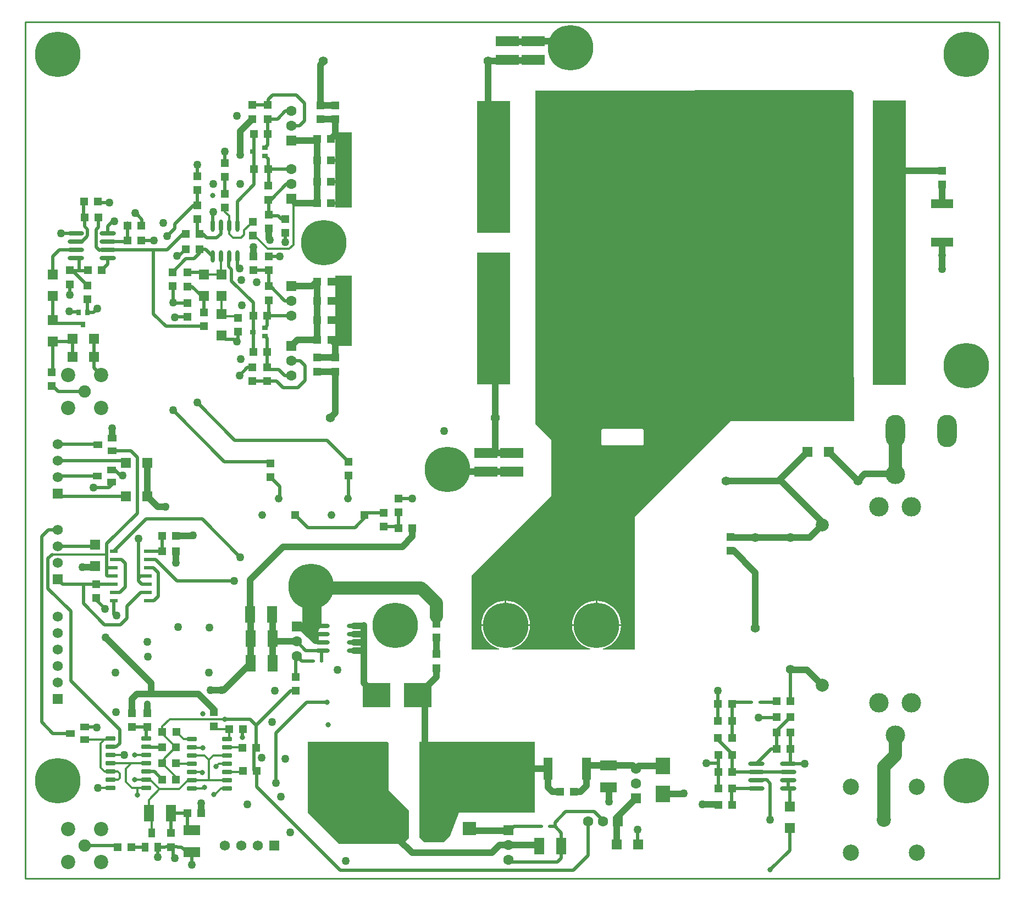
<source format=gtl>
G04 Layer_Physical_Order=1*
G04 Layer_Color=255*
%FSLAX44Y44*%
%MOMM*%
G71*
G01*
G75*
%ADD10R,5.0800X43.8150*%
%ADD11R,5.0800X20.3200*%
%ADD12R,1.2700X1.2700*%
%ADD13R,1.2700X1.2700*%
%ADD14R,1.5240X1.5240*%
%ADD15R,1.4000X1.0000*%
%ADD16R,1.5240X1.5240*%
%ADD17R,1.6256X2.5400*%
%ADD18R,1.0000X1.4000*%
%ADD19R,2.5400X1.6256*%
G04:AMPARAMS|DCode=20|XSize=0.6mm|YSize=1.45mm|CornerRadius=0.051mm|HoleSize=0mm|Usage=FLASHONLY|Rotation=90.000|XOffset=0mm|YOffset=0mm|HoleType=Round|Shape=RoundedRectangle|*
%AMROUNDEDRECTD20*
21,1,0.6000,1.3480,0,0,90.0*
21,1,0.4980,1.4500,0,0,90.0*
1,1,0.1020,0.6740,0.2490*
1,1,0.1020,0.6740,-0.2490*
1,1,0.1020,-0.6740,-0.2490*
1,1,0.1020,-0.6740,0.2490*
%
%ADD20ROUNDEDRECTD20*%
%ADD21R,0.4800X0.4000*%
%ADD22O,2.5000X0.7000*%
%ADD23R,3.5500X1.5500*%
%ADD24R,4.2400X3.8100*%
%ADD25O,2.2000X0.6000*%
%ADD26R,1.3500X3.4000*%
%ADD27R,0.7000X0.9000*%
%ADD28O,0.6000X1.9000*%
%ADD29R,0.9000X0.7000*%
%ADD30R,3.4000X1.3500*%
G04:AMPARAMS|DCode=31|XSize=0.55mm|YSize=1.25mm|CornerRadius=0.0495mm|HoleSize=0mm|Usage=FLASHONLY|Rotation=90.000|XOffset=0mm|YOffset=0mm|HoleType=Round|Shape=RoundedRectangle|*
%AMROUNDEDRECTD31*
21,1,0.5500,1.1510,0,0,90.0*
21,1,0.4510,1.2500,0,0,90.0*
1,1,0.0990,0.5755,0.2255*
1,1,0.0990,0.5755,-0.2255*
1,1,0.0990,-0.5755,-0.2255*
1,1,0.0990,-0.5755,0.2255*
%
%ADD31ROUNDEDRECTD31*%
%ADD32R,2.2860X2.5400*%
%ADD33C,0.5000*%
%ADD34C,1.0000*%
%ADD35C,3.0000*%
%ADD36C,0.3000*%
%ADD37C,2.0000*%
%ADD38C,0.2540*%
%ADD39R,2.1000X2.1000*%
%ADD40C,2.1000*%
%ADD41C,1.6000*%
%ADD42R,1.6000X1.6000*%
%ADD43R,1.5748X1.5748*%
%ADD44C,1.5748*%
%ADD45R,1.5748X1.5748*%
%ADD46C,1.3970*%
%ADD47C,2.4994*%
%ADD48C,2.2000*%
%ADD49C,3.0000*%
%ADD50C,2.0000*%
%ADD51O,3.0000X5.0000*%
%ADD52C,6.9994*%
%ADD53C,1.9050*%
%ADD54O,3.9996X2.4000*%
%ADD55C,1.2446*%
%ADD56R,1.2446X1.2446*%
%ADD57R,1.6000X1.6000*%
%ADD58C,1.2700*%
%ADD59C,0.8000*%
G36*
X785000Y1000D02*
X668224Y1000D01*
X655000Y-35000D01*
X645000Y-45000D01*
X615000Y-45000D01*
X607500Y-37500D01*
Y15000D01*
D01*
X607500Y110000D01*
X784000Y110000D01*
X785000D01*
Y1000D01*
D02*
G37*
G36*
X1276000Y1111526D02*
Y673250D01*
X1276750Y672500D01*
Y604500D01*
X1086500D01*
X938750Y456750D01*
Y252500D01*
X890037D01*
X889887Y253770D01*
X891635Y254190D01*
X897094Y256451D01*
X902132Y259538D01*
X906625Y263375D01*
X910462Y267868D01*
X913549Y272906D01*
X915810Y278365D01*
X917189Y284110D01*
X917553Y288730D01*
X842447D01*
X842811Y284110D01*
X844190Y278365D01*
X846451Y272906D01*
X849538Y267868D01*
X853375Y263375D01*
X857868Y259538D01*
X862906Y256451D01*
X868365Y254190D01*
X870113Y253770D01*
X869963Y252500D01*
X750037D01*
X749887Y253770D01*
X751635Y254190D01*
X757094Y256451D01*
X762132Y259538D01*
X766625Y263375D01*
X770462Y267868D01*
X773549Y272906D01*
X775810Y278365D01*
X777189Y284110D01*
X777553Y288730D01*
X702447D01*
X702811Y284110D01*
X704190Y278365D01*
X706451Y272906D01*
X709538Y267868D01*
X713375Y263375D01*
X717868Y259538D01*
X722906Y256451D01*
X728365Y254190D01*
X730113Y253770D01*
X729963Y252500D01*
X688209D01*
X687250Y253459D01*
X687250Y366000D01*
X810500Y489250D01*
Y575500D01*
X786000Y600000D01*
X786000Y626250D01*
X785750D01*
X785750Y1114096D01*
X1272461Y1115058D01*
X1276000Y1111526D01*
D02*
G37*
G36*
X560000Y108000D02*
Y35000D01*
X591000Y4000D01*
Y-38000D01*
X582000Y-47000D01*
X483000D01*
X435000Y1000D01*
Y110000D01*
X558000D01*
X560000Y108000D01*
D02*
G37*
G36*
X502920Y933595D02*
X477520D01*
Y1050145D01*
X502920D01*
Y933595D01*
D02*
G37*
G36*
Y720725D02*
X477520D01*
Y828675D01*
X502920D01*
Y720725D01*
D02*
G37*
%LPC*%
G36*
X738730Y327553D02*
X734110Y327189D01*
X728365Y325810D01*
X722906Y323549D01*
X717868Y320462D01*
X713375Y316625D01*
X709538Y312132D01*
X706451Y307094D01*
X704190Y301635D01*
X702811Y295890D01*
X702447Y291270D01*
X738730D01*
Y327553D01*
D02*
G37*
G36*
X881270D02*
Y291270D01*
X917553D01*
X917189Y295890D01*
X915810Y301635D01*
X913549Y307094D01*
X910462Y312132D01*
X906625Y316625D01*
X902132Y320462D01*
X897094Y323549D01*
X891635Y325810D01*
X885890Y327189D01*
X881270Y327553D01*
D02*
G37*
G36*
X950000Y592590D02*
X890000D01*
X889009Y592393D01*
X888169Y591831D01*
X887607Y590991D01*
X887410Y590000D01*
Y570000D01*
X887607Y569009D01*
X888169Y568169D01*
X889009Y567607D01*
X890000Y567410D01*
X950000D01*
X950991Y567607D01*
X951831Y568169D01*
X952393Y569009D01*
X952590Y570000D01*
Y590000D01*
X952393Y590991D01*
X951831Y591831D01*
X950991Y592393D01*
X950000Y592590D01*
D02*
G37*
G36*
X741270Y327553D02*
Y291270D01*
X777553D01*
X777189Y295890D01*
X775810Y301635D01*
X773549Y307094D01*
X770462Y312132D01*
X766625Y316625D01*
X762132Y320462D01*
X757094Y323549D01*
X751635Y325810D01*
X745890Y327189D01*
X741270Y327553D01*
D02*
G37*
G36*
X878730D02*
X874110Y327189D01*
X868365Y325810D01*
X862906Y323549D01*
X857868Y320462D01*
X853375Y316625D01*
X849538Y312132D01*
X846451Y307094D01*
X844190Y301635D01*
X842811Y295890D01*
X842447Y291270D01*
X878730D01*
Y327553D01*
D02*
G37*
%LPD*%
D10*
X1330960Y880110D02*
D03*
D11*
X721360Y996950D02*
D03*
Y763270D02*
D03*
D12*
X290500Y155500D02*
D03*
Y134164D02*
D03*
X450000Y702500D02*
D03*
Y681164D02*
D03*
X349384Y687500D02*
D03*
Y666164D02*
D03*
X164750Y154500D02*
D03*
Y133164D02*
D03*
X188000Y154500D02*
D03*
Y133164D02*
D03*
X1086500Y404500D02*
D03*
Y425836D02*
D03*
X224750Y-52000D02*
D03*
Y-30664D02*
D03*
X109000Y332000D02*
D03*
Y353336D02*
D03*
X1412000Y991000D02*
D03*
Y969664D02*
D03*
X250000Y812336D02*
D03*
Y833672D02*
D03*
X327522Y764000D02*
D03*
Y742664D02*
D03*
X454384Y1070000D02*
D03*
Y1091336D02*
D03*
X417000Y210294D02*
D03*
Y188958D02*
D03*
X633000Y245336D02*
D03*
Y224000D02*
D03*
Y292000D02*
D03*
Y270664D02*
D03*
X41000Y680000D02*
D03*
Y658664D02*
D03*
X69000Y815750D02*
D03*
Y837086D02*
D03*
X96000Y813750D02*
D03*
Y792414D02*
D03*
X552000Y463336D02*
D03*
Y442000D02*
D03*
X575117Y485000D02*
D03*
Y463664D02*
D03*
X498000Y541836D02*
D03*
Y520500D02*
D03*
X378000Y539336D02*
D03*
Y518000D02*
D03*
X477500Y702500D02*
D03*
Y681164D02*
D03*
X351000Y912000D02*
D03*
Y890664D02*
D03*
X307500Y955000D02*
D03*
Y933664D02*
D03*
X401000Y895000D02*
D03*
Y916336D02*
D03*
X477500Y1070000D02*
D03*
Y1091336D02*
D03*
X373380Y1070610D02*
D03*
Y1091946D02*
D03*
X350000D02*
D03*
Y1070610D02*
D03*
X372500Y666164D02*
D03*
Y687500D02*
D03*
X351750Y859000D02*
D03*
Y837664D02*
D03*
X375000Y791164D02*
D03*
Y812500D02*
D03*
X275000Y751015D02*
D03*
Y772352D02*
D03*
X250000Y765294D02*
D03*
Y786629D02*
D03*
X226884Y834336D02*
D03*
Y813000D02*
D03*
X265000Y916360D02*
D03*
Y937696D02*
D03*
Y982403D02*
D03*
Y961067D02*
D03*
X307500Y1002500D02*
D03*
Y981164D02*
D03*
X375000Y922750D02*
D03*
Y901414D02*
D03*
X374000Y946164D02*
D03*
Y967500D02*
D03*
X375000Y837500D02*
D03*
Y858836D02*
D03*
D13*
X335250Y130000D02*
D03*
X313914D02*
D03*
X232500Y428000D02*
D03*
X211164D02*
D03*
X232500Y404000D02*
D03*
X211164D02*
D03*
X271250Y-250D02*
D03*
X249914D02*
D03*
X334207Y101000D02*
D03*
X355542D02*
D03*
X335000Y65000D02*
D03*
X356336D02*
D03*
X211000Y102000D02*
D03*
X232336D02*
D03*
X211000Y52000D02*
D03*
X232336D02*
D03*
X232664Y125117D02*
D03*
X211328D02*
D03*
X232336Y77000D02*
D03*
X211000D02*
D03*
X1157164Y148500D02*
D03*
X1178500D02*
D03*
Y124500D02*
D03*
X1157164D02*
D03*
X1178500Y99500D02*
D03*
X1157164D02*
D03*
X1067500Y12500D02*
D03*
X1088836D02*
D03*
X1067500Y38500D02*
D03*
X1088836D02*
D03*
X1067500Y63500D02*
D03*
X1088836D02*
D03*
X1067500Y89500D02*
D03*
X1088836D02*
D03*
X1088500Y116000D02*
D03*
X1067164D02*
D03*
X1088500Y142250D02*
D03*
X1067164D02*
D03*
Y168500D02*
D03*
X1088500D02*
D03*
X142500Y-52000D02*
D03*
X163836D02*
D03*
X575243Y439757D02*
D03*
X596580D02*
D03*
X845000Y33000D02*
D03*
X823664D02*
D03*
X450000Y730000D02*
D03*
X471336D02*
D03*
X450000Y760000D02*
D03*
X471336D02*
D03*
X450000Y790000D02*
D03*
X471336D02*
D03*
X450000Y820000D02*
D03*
X471336D02*
D03*
X374000Y993140D02*
D03*
X352664D02*
D03*
X373836Y1047366D02*
D03*
X352500D02*
D03*
X449580Y941070D02*
D03*
X470916D02*
D03*
X449580Y974090D02*
D03*
X470916D02*
D03*
X449580Y1007110D02*
D03*
X470916D02*
D03*
X449580Y1040130D02*
D03*
X470916D02*
D03*
X372500Y711200D02*
D03*
X351164D02*
D03*
X372500Y767500D02*
D03*
X351164D02*
D03*
X268293Y870000D02*
D03*
X246957D02*
D03*
X268293Y893117D02*
D03*
X246957D02*
D03*
X157706Y906117D02*
D03*
X179042D02*
D03*
Y883000D02*
D03*
X157706D02*
D03*
X91164Y918380D02*
D03*
X112500D02*
D03*
X112000Y943000D02*
D03*
X90664D02*
D03*
X117750Y837250D02*
D03*
X96414D02*
D03*
X1178500Y172500D02*
D03*
X1157164D02*
D03*
D14*
X106000Y704000D02*
D03*
X72980D02*
D03*
X106000Y732000D02*
D03*
X72980D02*
D03*
X187750Y540500D02*
D03*
X154730D02*
D03*
X188000Y488500D02*
D03*
X154980D02*
D03*
X1204750Y557250D02*
D03*
X1237770D02*
D03*
X944000Y-48000D02*
D03*
X910980D02*
D03*
D15*
X91750Y113750D02*
D03*
X69750Y123250D02*
D03*
X91750Y132750D02*
D03*
X133500Y559000D02*
D03*
X111500Y568500D02*
D03*
X133500Y578000D02*
D03*
X132750Y510250D02*
D03*
X110750Y519750D02*
D03*
X132750Y529250D02*
D03*
D16*
X1177500Y-23020D02*
D03*
Y10000D02*
D03*
X42500Y830520D02*
D03*
Y797500D02*
D03*
Y760000D02*
D03*
Y726980D02*
D03*
X302500Y797500D02*
D03*
Y830520D02*
D03*
X275574D02*
D03*
Y797500D02*
D03*
X302500Y736980D02*
D03*
Y770000D02*
D03*
X108000Y381000D02*
D03*
Y414020D02*
D03*
D17*
X190250Y-250D02*
D03*
X224540D02*
D03*
X347000Y269000D02*
D03*
X381290D02*
D03*
X347000Y231000D02*
D03*
X381290D02*
D03*
X380290Y307000D02*
D03*
X346000D02*
D03*
X826000Y-51000D02*
D03*
X791710D02*
D03*
D18*
X185000Y-52000D02*
D03*
X194500Y-30000D02*
D03*
X204000Y-52000D02*
D03*
D19*
X257000Y-26000D02*
D03*
Y-60290D02*
D03*
X898000Y39710D02*
D03*
Y74000D02*
D03*
D20*
X256750Y114100D02*
D03*
Y101400D02*
D03*
Y88700D02*
D03*
Y76000D02*
D03*
Y63300D02*
D03*
Y50600D02*
D03*
Y37900D02*
D03*
X311250Y114100D02*
D03*
Y101400D02*
D03*
Y88700D02*
D03*
Y76000D02*
D03*
Y63300D02*
D03*
Y50600D02*
D03*
Y37900D02*
D03*
X131544Y115100D02*
D03*
Y102400D02*
D03*
Y89700D02*
D03*
Y77000D02*
D03*
Y64300D02*
D03*
Y51600D02*
D03*
Y38900D02*
D03*
X186043Y115100D02*
D03*
Y102400D02*
D03*
Y89700D02*
D03*
Y77000D02*
D03*
Y64300D02*
D03*
Y51600D02*
D03*
Y38900D02*
D03*
D21*
X443400Y234207D02*
D03*
X456600D02*
D03*
X1132100Y171500D02*
D03*
X1118900D02*
D03*
X794800Y-20000D02*
D03*
X808000D02*
D03*
D22*
X1175000Y38450D02*
D03*
Y51150D02*
D03*
Y63850D02*
D03*
Y76550D02*
D03*
X1126000Y38450D02*
D03*
Y51150D02*
D03*
Y63850D02*
D03*
Y76550D02*
D03*
X78000Y894050D02*
D03*
Y881350D02*
D03*
Y868650D02*
D03*
Y855950D02*
D03*
X127000Y894050D02*
D03*
Y881350D02*
D03*
Y868650D02*
D03*
Y855950D02*
D03*
D23*
X749830Y526500D02*
D03*
Y555500D02*
D03*
X709750Y526500D02*
D03*
Y555500D02*
D03*
X782700Y1190500D02*
D03*
Y1161500D02*
D03*
X742620Y1190500D02*
D03*
Y1161500D02*
D03*
D24*
X604850Y182000D02*
D03*
X541150D02*
D03*
D25*
X506000Y250950D02*
D03*
Y263650D02*
D03*
Y276350D02*
D03*
Y289050D02*
D03*
X458000Y250950D02*
D03*
Y263650D02*
D03*
Y276350D02*
D03*
Y289050D02*
D03*
D26*
X805250Y69000D02*
D03*
X864750D02*
D03*
D27*
X95500Y772250D02*
D03*
X82500D02*
D03*
X89000Y753250D02*
D03*
D28*
X288450Y859000D02*
D03*
X301150D02*
D03*
X313850D02*
D03*
X326550D02*
D03*
X288450Y906000D02*
D03*
X301150D02*
D03*
X313850D02*
D03*
X326550D02*
D03*
D29*
X369500Y735529D02*
D03*
Y748530D02*
D03*
X350500Y742030D02*
D03*
X369500Y1013500D02*
D03*
Y1026500D02*
D03*
X350500Y1020000D02*
D03*
D30*
X1412500Y939750D02*
D03*
Y880250D02*
D03*
D31*
X189250Y327900D02*
D03*
Y340600D02*
D03*
Y353300D02*
D03*
Y366000D02*
D03*
Y378700D02*
D03*
Y391400D02*
D03*
Y404100D02*
D03*
X136750Y327900D02*
D03*
Y340600D02*
D03*
Y353300D02*
D03*
Y366000D02*
D03*
Y378700D02*
D03*
Y391400D02*
D03*
Y404100D02*
D03*
D32*
X982550Y29820D02*
D03*
Y73000D02*
D03*
D33*
X230206Y908956D02*
X258946Y937696D01*
X230206Y901598D02*
Y908956D01*
X258946Y937696D02*
X265000Y937696D01*
X218608Y890000D02*
X230206Y901598D01*
X230206D01*
X867250Y-64750D02*
Y-12600D01*
X876250Y2750D02*
X889250Y-10250D01*
X832750Y2750D02*
X876250D01*
X816000Y-14000D02*
X832750Y2750D01*
X432050Y250950D02*
X458000D01*
X844000Y-88000D02*
X867250Y-64750D01*
X889250Y-13850D02*
Y-10250D01*
X375000Y812500D02*
Y837500D01*
X377500Y812500D02*
X400000Y790000D01*
X375000Y812500D02*
X377500D01*
X334750Y117000D02*
Y127000D01*
X336500Y128750D01*
X356336Y41164D02*
X485500Y-88000D01*
X356336Y41164D02*
Y65000D01*
X485500Y-88000D02*
X844000D01*
X257000Y-79250D02*
Y-60290D01*
X227500Y-66750D02*
Y-51750D01*
X204000Y-52000D02*
X227500Y-51750D01*
X249914Y-18914D02*
Y-250D01*
X224540D02*
X249914D01*
X224750Y-30664D02*
Y-460D01*
X163836Y-52000D02*
X185000D01*
X91270Y-50000D02*
X140500D01*
X178321Y906229D02*
X178599Y908014D01*
X178200Y905450D02*
X178321Y906229D01*
X179795Y909210D02*
Y915704D01*
X178599Y908014D02*
Y908014D01*
X173492Y922008D02*
X179795Y915704D01*
X169893Y922008D02*
X173492D01*
X1088836Y89500D02*
Y91914D01*
X1067164Y113586D02*
X1088836Y91914D01*
X1067164Y113586D02*
Y116000D01*
X136750Y306750D02*
Y327900D01*
X68750Y799500D02*
Y810208D01*
X69000Y810458D01*
X70750Y837000D02*
X96000D01*
X91750Y132750D02*
X104750D01*
X25500Y140500D02*
X42750Y123250D01*
X69750D01*
X386500Y123500D02*
X434000Y171000D01*
X465000D01*
X107750Y330500D02*
X122750Y315500D01*
X272750Y453500D02*
X331500Y394750D01*
X186150Y453500D02*
X272750D01*
X331500Y394250D02*
Y394750D01*
X136750Y404100D02*
X186150Y453500D01*
X174500Y425000D02*
X174750Y425250D01*
X189250Y378700D02*
X197050D01*
X89500Y353336D02*
X109000D01*
X57864D02*
X89500D01*
Y323250D02*
Y353336D01*
X157000Y319500D02*
X178100Y340600D01*
X189250D01*
X136714Y353336D02*
X136750Y353300D01*
X109000Y353336D02*
X136714D01*
X136750Y391400D02*
X148350D01*
X154500Y385250D01*
Y349250D02*
Y385250D01*
X145850Y340600D02*
X154500Y349250D01*
X136750Y340600D02*
X145850D01*
X189250Y327900D02*
X197900D01*
X204750Y334750D01*
X172500Y462750D02*
Y548750D01*
X126000Y366000D02*
X136750D01*
X125250Y366750D02*
X126000Y366000D01*
X125250Y366750D02*
Y378700D01*
X136750D01*
X174750Y362500D02*
Y425250D01*
X132750Y529250D02*
X136413D01*
X162250Y559000D02*
X172500Y548750D01*
X133500Y559000D02*
X162250D01*
X50000Y543400D02*
X150750D01*
X178250Y366000D02*
X189250D01*
X174750Y362500D02*
X178250Y366000D01*
X174750Y358250D02*
Y362500D01*
Y358250D02*
X179700Y353300D01*
X189250D01*
X211164Y404000D02*
Y428000D01*
X51750Y519750D02*
X110750D01*
X163000Y133164D02*
X186250D01*
Y115100D02*
Y133164D01*
X1067500Y76750D02*
Y89500D01*
Y63500D02*
Y76750D01*
X1049000Y77000D02*
X1049250Y76750D01*
X1067500D01*
Y38500D02*
Y63500D01*
X1067164Y168500D02*
Y185586D01*
Y142250D02*
Y168500D01*
Y185586D02*
X1067250Y185500D01*
X1175000Y76550D02*
X1200450D01*
X1178500Y99500D02*
Y124500D01*
Y80050D02*
Y99500D01*
X1147500Y-10000D02*
Y46000D01*
X1142000Y51500D02*
X1147500Y46000D01*
X1128650Y51500D02*
X1142000D01*
X1178500Y172500D02*
Y204000D01*
X1177500Y10000D02*
Y35950D01*
X1088836Y63500D02*
Y89500D01*
Y63500D02*
X1174650D01*
X1147500Y-87500D02*
X1177500Y-57500D01*
Y-23020D01*
X744000Y-71900D02*
X747100Y-75000D01*
X820000D01*
X826000Y-69000D01*
Y-51000D01*
X307500Y145000D02*
X346085D01*
X355542Y135542D01*
X408957Y188958D02*
X417000D01*
X355542Y135542D02*
X408957Y188958D01*
X355542Y101000D02*
Y135542D01*
X352500Y97957D02*
X355542Y101000D01*
X231668Y101332D02*
X232000Y101000D01*
X231668Y101332D02*
X231668D01*
X231000Y102000D02*
X231668Y101332D01*
X186444Y102000D02*
X211000D01*
X186043Y102400D02*
X186444Y102000D01*
X211000Y77000D02*
Y80664D01*
X186043Y64300D02*
X198700D01*
X211000Y52000D01*
X50000Y361200D02*
X57864Y353336D01*
X417000Y241100D02*
X418000Y242100D01*
X417000Y210294D02*
Y241100D01*
X418000Y265000D02*
X432050Y250950D01*
X425892Y234207D02*
X443400D01*
X418000Y242100D02*
X425892Y234207D01*
X456600Y249550D02*
X458000Y250950D01*
X456600Y234207D02*
Y249550D01*
X816000Y-20000D02*
Y-14000D01*
X943000Y-26000D02*
Y-25000D01*
Y-48000D02*
Y-26000D01*
X942000Y-25000D02*
X943000Y-26000D01*
X942000Y-25000D02*
Y-24000D01*
X943000Y-25000D01*
X741900Y-27000D02*
X746100D01*
X753100Y-20000D01*
X826000Y-51000D02*
Y-30000D01*
X816000Y-20000D02*
X826000Y-30000D01*
X808000Y-20000D02*
X816000D01*
X753100D02*
X794800D01*
X42500Y858500D02*
X45912Y861913D01*
X42500Y830520D02*
Y858500D01*
X52650Y868650D02*
X78000D01*
X49237Y865238D02*
X52650Y868650D01*
X45912Y861913D02*
X49237Y865238D01*
X268293Y863294D02*
Y870000D01*
X260000Y855000D02*
X268293Y863294D01*
X250000Y833672D02*
X272421D01*
X275574Y830520D01*
X226884Y813000D02*
X227500Y812383D01*
Y787500D02*
Y812383D01*
X326000Y727000D02*
X327522Y728521D01*
Y742664D01*
X308460Y731020D02*
X321980D01*
X302500Y736980D02*
X308460Y731020D01*
X321980D02*
X326000Y727000D01*
X179042Y883000D02*
X198000D01*
X157706Y910000D02*
X158000Y909706D01*
Y886883D02*
Y909706D01*
X127000Y881350D02*
X152466D01*
X158000Y886883D01*
X265000Y633000D02*
X323000Y575000D01*
X464836D01*
X498000Y541836D01*
X375336Y542000D02*
X378000Y539336D01*
X575117Y485000D02*
X596000D01*
X575117Y463664D02*
X575243Y463537D01*
Y439757D02*
Y463537D01*
X573000Y442000D02*
X575243Y439757D01*
X552000Y442000D02*
X573000D01*
X522720Y459680D02*
X526376Y463336D01*
X552000D01*
X508000Y440500D02*
X522720Y455220D01*
X127500Y905000D02*
X135000Y912500D01*
X127500Y894550D02*
Y905000D01*
X127000Y894050D02*
X127500Y894550D01*
X51056Y650108D02*
X91271D01*
X42500Y658664D02*
X51056Y650108D01*
X105520Y686658D02*
X116671Y675508D01*
X105520Y686658D02*
Y727710D01*
X72500Y700783D02*
Y727710D01*
X71770Y726980D02*
X72500Y727710D01*
X42500Y726980D02*
X71770D01*
X42500Y680000D02*
Y726980D01*
X90000Y919544D02*
X91164Y918380D01*
X90000Y919544D02*
Y942500D01*
X197500Y770000D02*
Y867500D01*
Y770000D02*
X216485Y751015D01*
X230000Y765000D02*
X232500D01*
X232794Y765294D01*
X250000D01*
X265000Y937696D02*
Y961067D01*
Y896410D02*
X268293Y893117D01*
X265000Y896410D02*
Y916360D01*
X349504Y993140D02*
X352500Y996136D01*
X307500Y955000D02*
Y981164D01*
X216485Y751015D02*
X275000D01*
Y772352D02*
X275574Y772925D01*
Y797500D01*
X307500Y1002500D02*
Y1020000D01*
X327500Y840000D02*
X330000D01*
X326550Y840950D02*
X327500Y840000D01*
X326550Y840950D02*
Y859000D01*
X288450Y925950D02*
X290000Y927500D01*
X288450Y906000D02*
Y925950D01*
X369500Y1026500D02*
X373380Y1030380D01*
X409760Y993140D02*
X410000Y992900D01*
X352500Y1022000D02*
Y1047366D01*
X350500Y1020000D02*
X352500Y1022000D01*
Y996136D02*
Y1018000D01*
X350500Y1020000D02*
X352500Y1018000D01*
X372500Y967500D02*
X375000Y970000D01*
Y993140D01*
X409760D01*
X374000D02*
Y1009000D01*
X369500Y1013500D02*
X374000Y1009000D01*
X470916Y1007110D02*
X482890D01*
X485000Y1005000D01*
Y977500D02*
Y1005000D01*
X481590Y974090D02*
X485000Y977500D01*
X470916Y941070D02*
X481070D01*
X482500Y942500D01*
Y973180D01*
X481590Y974090D02*
X482500Y973180D01*
X470916Y974090D02*
X481590D01*
X372500Y711200D02*
Y732530D01*
X369500Y735529D02*
X372500Y732530D01*
X369500Y748530D02*
X372500Y751529D01*
Y767100D01*
X410000D01*
X372500Y687500D02*
Y711200D01*
X349384Y666164D02*
X372500D01*
X375000Y921336D02*
Y943664D01*
X372500Y946164D02*
X374000D01*
X372500D02*
X375000Y943664D01*
Y769600D02*
Y791164D01*
X372500Y767100D02*
X375000Y769600D01*
X351164Y711200D02*
Y767500D01*
X373380Y1030380D02*
Y1070610D01*
X410000Y1060000D02*
X422500D01*
X430000Y1067500D01*
Y1095000D01*
X417500Y1107500D02*
X430000Y1095000D01*
X265000Y982403D02*
Y1000000D01*
X127000Y868650D02*
X218650D01*
X243117Y893117D02*
X246957D01*
X228370Y786629D02*
X250000D01*
X227500Y787500D02*
X228370Y786629D01*
X390500Y485180D02*
X391870Y483810D01*
X417270Y458410D02*
X435180Y440500D01*
X498000Y486900D02*
Y520500D01*
Y486900D02*
X499820Y485080D01*
X391870Y483810D02*
Y504130D01*
X378000Y518000D02*
X391870Y504130D01*
X435180Y440500D02*
X508000D01*
X522720Y455220D02*
Y459680D01*
X42500Y760000D02*
Y797500D01*
X73000Y772750D02*
X82000D01*
X399400Y674600D02*
X410000D01*
X390000Y684000D02*
X399400Y674600D01*
X376000Y684000D02*
X390000D01*
X372500Y687500D02*
X376000Y684000D01*
X372500Y666164D02*
X386836D01*
X397000Y656000D01*
X420000D01*
X431000Y667000D01*
Y690000D01*
X423500Y697500D02*
X431000Y690000D01*
X410000Y697500D02*
X423500D01*
X236957Y860000D02*
X246957Y870000D01*
X394664Y916336D02*
X401000D01*
X389664Y921336D02*
X394664Y916336D01*
X375000Y921336D02*
X389664D01*
X350000Y1091946D02*
X371620D01*
X94730Y889703D02*
X95000Y889433D01*
X94730Y889703D02*
X94730D01*
X94730D02*
X95540Y890513D01*
X91164Y904836D02*
Y918380D01*
Y904836D02*
X95540Y900460D01*
Y890513D02*
Y900460D01*
X109460D02*
X112500Y903500D01*
Y918380D01*
X109460Y872840D02*
Y900460D01*
Y872840D02*
X114000Y868300D01*
Y868650D02*
X127000D01*
X114000Y868300D02*
Y868650D01*
X78000Y881350D02*
X86917D01*
X95000Y889433D01*
X111836Y942000D02*
X130000D01*
X82725Y837458D02*
Y855164D01*
X522500Y459900D02*
X522720Y459680D01*
X326550Y906000D02*
Y943550D01*
X352550Y969550D01*
X352550Y991450D02*
X352550Y969550D01*
X268293Y870000D02*
X277450D01*
X288450Y859000D01*
X226884Y834336D02*
X247547Y855000D01*
X260000D01*
X374000Y946164D02*
X378164D01*
X402000Y970000D01*
X410000D01*
X373380Y1070610D02*
X388610D01*
X400900Y1082900D01*
X410000D01*
X1126000Y76550D02*
X1148950Y99500D01*
X1157164D01*
Y124500D01*
Y127164D01*
X1178500Y148500D01*
X1132100Y171500D02*
X1156164D01*
X1157164Y172500D01*
X1091500Y171500D02*
X1118900D01*
X1088500Y142250D02*
Y168500D01*
Y116000D02*
Y142250D01*
X1087836Y38500D02*
X1125950D01*
X1087836Y13500D02*
Y38500D01*
X1174650Y63500D02*
X1175000Y63850D01*
Y38450D02*
Y51150D01*
X50000Y568800D02*
X111500D01*
X131544Y102400D02*
X139900D01*
X145500Y108000D01*
X35000Y346750D02*
X70250Y311500D01*
X50000Y412000D02*
X108000D01*
X25500Y140500D02*
Y427000D01*
X35900Y437400D01*
X50000D01*
X35000Y346750D02*
Y393000D01*
X41250Y399250D01*
X70250Y203739D02*
Y311500D01*
Y203739D02*
X145500Y128489D01*
Y108000D02*
Y128489D01*
X189350Y404000D02*
X211164D01*
X189250Y391400D02*
X200850D01*
X234000Y358250D02*
X322000D01*
X204750Y334750D02*
Y371000D01*
X197050Y378700D02*
X204750Y371000D01*
X200850Y391400D02*
X234000Y358250D01*
X1129750Y147500D02*
X1156164D01*
X386500Y47000D02*
Y123500D01*
X352500Y65750D02*
Y97957D01*
Y65750D02*
X353250Y65000D01*
X356336D01*
X132750Y529250D02*
X138250D01*
X146500Y521000D01*
X77950Y894000D02*
X78000Y894050D01*
X55250Y894000D02*
X77950D01*
X399750Y879250D02*
X400250D01*
X399750D02*
X401000Y880500D01*
Y895000D01*
X330000Y675000D02*
X342500Y687500D01*
X349384D01*
X50000Y492600D02*
X54100Y488500D01*
X154980D01*
X128500Y502500D02*
X134500Y508500D01*
X105000Y502500D02*
X128500D01*
X157000Y300750D02*
Y319500D01*
X89500Y323250D02*
X122000Y290750D01*
X147000D01*
X157000Y300750D01*
X1178500Y204000D02*
Y220750D01*
X125250Y378700D02*
Y415500D01*
X172500Y462750D01*
X335250Y130000D02*
X336500Y128750D01*
X227750Y621250D02*
X307000Y542000D01*
X375336D01*
X204000Y-68000D02*
Y-52000D01*
X227500Y-51750D02*
X240750Y-52000D01*
X249040Y-60290D01*
X257000D01*
X127000Y846500D02*
Y855950D01*
X117750Y837250D02*
X127000Y846500D01*
X42500Y760000D02*
X46750Y755750D01*
X86250D01*
X95500Y772250D02*
X105250D01*
X111000Y778000D01*
X95500Y772250D02*
Y791914D01*
X69000Y837086D02*
X69918Y836168D01*
X69000Y835250D02*
X69918Y836168D01*
X70750Y837000D01*
X69918Y836168D02*
X73582D01*
X96000Y813750D01*
X295000Y887500D02*
X301150Y893650D01*
Y906000D01*
X268293Y893117D02*
X273633D01*
X279250Y887500D01*
X295000D01*
X218650Y868650D02*
X243117Y893117D01*
X250000Y812336D02*
X256664D01*
X271500Y797500D01*
X275574D01*
X313500Y843000D02*
Y857500D01*
Y843000D02*
X318000Y838500D01*
Y820500D02*
Y838500D01*
Y820500D02*
X351164Y787336D01*
Y767500D02*
Y787336D01*
X400000Y790000D02*
X410000D01*
X375000Y858836D02*
X391914D01*
X392000Y858750D01*
X351750Y837664D02*
X374836D01*
X135000Y912500D02*
X137500D01*
X381250Y1107500D02*
X417500D01*
X374250Y1100500D02*
X381250Y1107500D01*
X374250Y1094576D02*
Y1100500D01*
X371620Y1091946D02*
X374250Y1094576D01*
D34*
X188000Y157250D02*
Y169000D01*
Y157250D02*
X188500Y156750D01*
X446750Y283300D02*
Y289050D01*
X444750Y281300D02*
X446750Y283300D01*
Y266050D02*
Y271800D01*
X444750Y273800D02*
X446750Y271800D01*
X429550Y283250D02*
X438400D01*
X429550D02*
X446750Y266050D01*
X444750Y273800D02*
Y281300D01*
X419150Y289050D02*
X446750D01*
X440000Y350000D02*
X443000Y347000D01*
X911500Y-6400D02*
X941000Y23100D01*
X911500Y-46480D02*
Y-6400D01*
X909980Y-48000D02*
X911500Y-46480D01*
X290500Y155820D02*
Y160000D01*
X267000Y183500D02*
X290500Y160000D01*
X194250Y183500D02*
X267000D01*
X1204250Y220750D02*
X1227500Y197500D01*
X713250Y1158750D02*
X714500Y1160000D01*
X713250Y1005060D02*
Y1158750D01*
Y1005060D02*
X721360Y996950D01*
X454384Y1153884D02*
X460500Y1160000D01*
X454384Y1091336D02*
Y1153884D01*
X1124750Y288050D02*
Y371000D01*
X1090250Y405500D02*
X1124750Y371000D01*
X1207950Y425450D02*
X1227500Y445000D01*
X1179000Y425450D02*
X1207950D01*
X1088836Y425500D02*
X1177550D01*
X1079300Y512500D02*
X1160000D01*
X88250Y379500D02*
X106500D01*
X133500Y578000D02*
Y590500D01*
X232500Y386500D02*
Y404000D01*
X346000Y307000D02*
Y360000D01*
X397000Y411000D01*
X581000D01*
X596580Y426580D01*
Y439757D01*
X1227500Y445000D02*
Y449000D01*
X1164000Y512500D02*
X1227500Y449000D01*
X1160000Y512500D02*
X1164000D01*
X1160000D02*
X1204750Y557250D01*
X1237770Y557230D02*
X1282500Y512500D01*
X1339500Y523000D02*
X1340000Y522500D01*
X1293000Y523000D02*
X1339500D01*
X1282500Y512500D02*
X1293000Y523000D01*
X633000Y245336D02*
Y270664D01*
X604850Y182000D02*
X633000Y210150D01*
Y224000D01*
X346000Y307000D02*
X347000Y306000D01*
Y269000D02*
Y306000D01*
Y231000D02*
Y269000D01*
X381290Y231000D02*
Y269000D01*
X380290Y307000D02*
X381290Y306000D01*
Y269000D02*
Y306000D01*
Y269000D02*
X385290Y265000D01*
X418000D01*
Y287900D02*
X419150Y289050D01*
X676200Y84000D02*
X686000Y93800D01*
X616000Y84000D02*
X676200D01*
X616000D02*
Y170850D01*
X604850Y182000D02*
X616000Y170850D01*
X522000Y251000D02*
Y264000D01*
Y201150D02*
Y251000D01*
X521950Y250950D02*
X522000Y251000D01*
X506000Y250950D02*
X521950D01*
X522000Y264000D02*
Y276000D01*
X521650Y263650D02*
X522000Y264000D01*
X506000Y263650D02*
X521650D01*
X522000Y276000D02*
Y290000D01*
X521650Y276350D02*
X522000Y276000D01*
X506000Y276350D02*
X521650D01*
X522000Y201150D02*
X541150Y182000D01*
X521050Y289050D02*
X522000Y290000D01*
X506000Y289050D02*
X521050D01*
X1010000Y30000D02*
X1011180Y29820D01*
X983549D02*
X1011180D01*
X941000Y68900D02*
X945100Y73000D01*
X982550D01*
X804650Y68400D02*
X805250Y69000D01*
X762200Y68400D02*
X804650D01*
X812000Y33000D02*
X823664D01*
X805250Y39750D02*
X812000Y33000D01*
X805250Y39750D02*
Y69000D01*
X845000Y33000D02*
X855000D01*
X864750Y42750D01*
Y69000D01*
X899000Y22000D02*
Y38710D01*
X898000Y39710D02*
X899000Y38710D01*
X864750Y69000D02*
X869750Y74000D01*
X898000D01*
X935900D01*
X941000Y68900D01*
X789710Y-49000D02*
X791710Y-51000D01*
X731000Y-49000D02*
X789710D01*
X719000Y-61000D02*
X731000Y-49000D01*
X686610Y-27000D02*
X741900D01*
X684610Y-29000D02*
X686610Y-27000D01*
X575390Y-40390D02*
Y-29000D01*
Y-40390D02*
X596000Y-61000D01*
X719000D01*
X734000Y1160500D02*
X772000D01*
X713875Y1160000D02*
X733500D01*
X1412000Y940250D02*
X1412500Y939750D01*
X1412000Y940250D02*
Y969664D01*
X1348000Y991000D02*
X1412000D01*
X1330960Y973960D02*
X1348000Y991000D01*
X1330960Y880110D02*
Y973960D01*
X829500Y1190500D02*
X840000Y1180000D01*
X773000Y1190500D02*
X829500D01*
X772000Y1189500D02*
X773000Y1190500D01*
X733750Y1189500D02*
X772000D01*
Y1160500D02*
X773000Y1161500D01*
X720000Y555500D02*
X724000Y559500D01*
Y610000D01*
X720000Y555500D02*
X756500D01*
X720000Y526500D02*
X753000D01*
X650000Y530000D02*
X653500Y526500D01*
X720000D01*
X470000Y610000D02*
X477500Y617500D01*
X410000Y1037100D02*
X446550D01*
X449580Y1007110D02*
Y1034070D01*
X446550Y1037100D02*
X449580Y1034070D01*
Y974090D02*
Y1007110D01*
Y941070D02*
Y974090D01*
X470916Y820420D02*
X487080D01*
X490000Y817500D01*
Y797500D02*
Y817500D01*
X482500Y790000D02*
X490000Y797500D01*
X471336Y790000D02*
X482500D01*
X485000Y737500D02*
Y757500D01*
X482500Y760000D02*
X485000Y757500D01*
X471336Y760000D02*
X482500D01*
X477500Y702500D02*
Y723836D01*
X471336Y730000D02*
X477500Y723836D01*
X450000Y702500D02*
X477500D01*
Y1046714D02*
Y1070000D01*
X470916Y1040130D02*
X477500Y1046714D01*
X454384Y1070000D02*
X477500D01*
X454384Y1091336D02*
X477500D01*
X449580Y790420D02*
Y820420D01*
Y790420D02*
X450000Y790000D01*
Y760000D02*
Y790000D01*
Y730000D02*
Y760000D01*
X419600Y730000D02*
X450000D01*
X410000Y720400D02*
X419600Y730000D01*
X410000Y812900D02*
X442060D01*
X449580Y820420D01*
X450000Y681164D02*
X477500D01*
Y617500D02*
Y681164D01*
X1412500Y860000D02*
Y880250D01*
Y845000D02*
Y860000D01*
X331000Y1051610D02*
X350000Y1070610D01*
X331000Y1015000D02*
Y1051610D01*
X724000Y610000D02*
Y760630D01*
X829670Y1169670D02*
X840000Y1180000D01*
X232500Y428000D02*
X258250D01*
X258500Y428250D01*
X187750Y488750D02*
Y540500D01*
Y488750D02*
X188000Y488500D01*
X164750Y154500D02*
Y176000D01*
X172250Y183500D01*
X124000Y271250D02*
X194250Y201000D01*
Y183500D02*
Y201000D01*
X172250Y183500D02*
X194250D01*
X1043250Y13500D02*
X1066500D01*
X375000Y885750D02*
X376750Y884000D01*
X375000Y885750D02*
Y900000D01*
X188000Y488500D02*
X204000Y472500D01*
X215750Y472250D01*
X217250Y473750D01*
X270750Y250D02*
Y15750D01*
X1178500Y220750D02*
X1204250D01*
X305500Y189500D02*
X347000Y231000D01*
X305000Y190000D02*
X305500Y189500D01*
X285250Y190000D02*
X305000D01*
X412500Y944600D02*
X416030Y941070D01*
X449580D01*
X351750Y859000D02*
Y872500D01*
D35*
X441500Y293800D02*
Y324750D01*
D36*
X192400Y51600D02*
X207000Y37000D01*
X190250Y20250D02*
X207000Y37000D01*
X190250Y-250D02*
Y20250D01*
X194500Y-30000D02*
Y-4500D01*
X294664Y130000D02*
X313914D01*
Y116764D02*
Y130000D01*
X168750Y51750D02*
X185893D01*
X168800Y89700D02*
X186043D01*
X257650Y100500D02*
X273250D01*
X125150Y115100D02*
X131544D01*
X116000Y108000D02*
X121750Y113750D01*
X125150D01*
X91750D02*
X121750D01*
X222500Y145000D02*
X307500D01*
X211328Y133828D02*
X222500Y145000D01*
X211328Y125117D02*
Y133828D01*
X173000Y28000D02*
Y38500D01*
X333300Y63300D02*
X335000Y65000D01*
X311250Y63300D02*
X333300D01*
X333806Y101400D02*
X334207Y101000D01*
X311250Y101400D02*
X333806D01*
X131544Y89700D02*
X149250D01*
X116000Y70000D02*
Y108000D01*
Y70000D02*
X121700Y64300D01*
X131544D01*
Y77000D02*
X186043D01*
X146000Y54000D02*
Y61000D01*
X142700Y64300D02*
X146000Y61000D01*
X131544Y64300D02*
X142700D01*
X143600Y51600D02*
X146000Y54000D01*
X131544Y51600D02*
X143600D01*
X115000Y39000D02*
X115100Y38900D01*
X131544D01*
X256750Y37900D02*
X273900D01*
X294000Y72000D02*
X298000Y76000D01*
X311250D01*
X283000Y82000D02*
X289700Y88700D01*
X311250D01*
X283000Y50600D02*
Y82000D01*
X186043Y38900D02*
X189100D01*
X231668Y101332D02*
X232336Y102000D01*
X211000Y80664D02*
X231668Y101332D01*
X211000Y77000D02*
X232336Y55664D01*
Y52000D02*
Y55664D01*
X211328Y123008D02*
Y125117D01*
Y123008D02*
X232336Y102000D01*
X243680Y114100D02*
X256750D01*
X232664Y125117D02*
X243680Y114100D01*
X276300Y88700D02*
X283000Y82000D01*
X256750Y88700D02*
X276300D01*
X233336Y76000D02*
X256750D01*
X232336Y77000D02*
X233336Y76000D01*
X272700Y63300D02*
X273000Y63000D01*
X256750Y63300D02*
X272700D01*
X186043Y51600D02*
X192400D01*
X302500Y772500D02*
Y797500D01*
X300000Y772500D02*
X302500D01*
X300000D02*
X302500Y770000D01*
X275574Y830520D02*
X302500D01*
X301150Y831870D02*
X302500Y830520D01*
X301150Y831870D02*
Y859000D01*
X313850Y906000D02*
Y921150D01*
X307500Y927500D02*
X313850Y921150D01*
X307500Y927500D02*
Y933664D01*
X332500Y887500D02*
X337500Y892500D01*
X320000Y887500D02*
X332500D01*
X313850Y893650D02*
X320000Y887500D01*
X313850Y893650D02*
Y906000D01*
X410000Y947100D02*
X413000Y944100D01*
X337500Y892500D02*
Y899500D01*
X346000Y908000D01*
Y911000D01*
X41250Y399250D02*
X123500D01*
X168750Y89750D02*
X168800Y89700D01*
X164600Y38900D02*
X186043D01*
X155000Y48500D02*
X164600Y38900D01*
X155000Y48500D02*
Y68500D01*
X162750Y76250D01*
X413000Y876500D02*
Y944100D01*
X350379Y893621D02*
X373890Y870110D01*
X406610D02*
X413000Y876500D01*
X373890Y870110D02*
X406610D01*
X256750Y50600D02*
X311250D01*
X273900Y37900D02*
X276000Y40000D01*
X250600Y50600D02*
X256750D01*
X207000Y37000D02*
X237000D01*
X250600Y50600D01*
X291750Y28000D02*
X301650Y37900D01*
X311250D01*
X302500Y770000D02*
X306500Y766000D01*
X325522D01*
X327522Y764000D01*
D37*
X1340000Y88750D02*
Y120000D01*
X1323000Y71750D02*
X1340000Y88750D01*
X1323000Y-10000D02*
Y71750D01*
X443000Y347000D02*
X443000Y347000D01*
X610000D01*
X633000Y324000D01*
Y303250D02*
Y324000D01*
X721360Y763270D02*
X724000Y760630D01*
X1340000Y522500D02*
Y589000D01*
D38*
X1127150Y50000D02*
X1128650Y51500D01*
X1500000Y-100000D02*
Y1220000D01*
X0Y-101000D02*
X1500000D01*
X0Y-100000D02*
Y1220000D01*
X1500000D01*
D39*
X684400Y-23700D02*
D03*
D40*
X630000D02*
D03*
X575600D02*
D03*
D41*
X410000Y674600D02*
D03*
Y697500D02*
D03*
X418000Y242100D02*
D03*
Y265000D02*
D03*
X941000Y68900D02*
D03*
Y46000D02*
D03*
X744000Y-71900D02*
D03*
Y-49000D02*
D03*
X410000Y1082900D02*
D03*
Y1060000D02*
D03*
Y767100D02*
D03*
Y790000D02*
D03*
Y992900D02*
D03*
Y970000D02*
D03*
X867100Y-12600D02*
D03*
X890000D02*
D03*
D42*
X410000Y720400D02*
D03*
X418000Y287900D02*
D03*
X941000Y23100D02*
D03*
X744000Y-26100D02*
D03*
X410000Y1037100D02*
D03*
Y812900D02*
D03*
Y947100D02*
D03*
D43*
X383750Y-50000D02*
D03*
D44*
X358350D02*
D03*
X332950D02*
D03*
X307550D02*
D03*
X50000Y386600D02*
D03*
Y412000D02*
D03*
Y437400D02*
D03*
Y518000D02*
D03*
Y543400D02*
D03*
Y568800D02*
D03*
Y201400D02*
D03*
Y226800D02*
D03*
Y252200D02*
D03*
Y277600D02*
D03*
Y303000D02*
D03*
D45*
Y361200D02*
D03*
Y492600D02*
D03*
Y176000D02*
D03*
D46*
X1179000Y222250D02*
D03*
Y425450D02*
D03*
X1282500Y512500D02*
D03*
X1079300D02*
D03*
X1124750Y425250D02*
D03*
Y285550D02*
D03*
X459000Y1160000D02*
D03*
X713000D02*
D03*
X470000Y610000D02*
D03*
X724000D02*
D03*
D47*
X1373800Y-60800D02*
D03*
X1272200D02*
D03*
Y40800D02*
D03*
X1373800D02*
D03*
D48*
X1323000Y-10000D02*
D03*
X65870Y624708D02*
D03*
Y675508D02*
D03*
X116671D02*
D03*
Y624708D02*
D03*
X116670Y-75400D02*
D03*
X65870D02*
D03*
Y-24600D02*
D03*
X116670D02*
D03*
D49*
X1340000Y120000D02*
D03*
X1365000Y170000D02*
D03*
X1315000D02*
D03*
X1340000Y522500D02*
D03*
X1365000Y472500D02*
D03*
X1315000D02*
D03*
D50*
X1227500Y197500D02*
D03*
Y445000D02*
D03*
D51*
X1420000Y589000D02*
D03*
X1340000D02*
D03*
D52*
X1450000Y50000D02*
D03*
X880000Y290000D02*
D03*
X50000Y1170000D02*
D03*
X840000Y1180000D02*
D03*
X1450000Y1170000D02*
D03*
X570000Y290000D02*
D03*
X440000Y350000D02*
D03*
X650000Y530000D02*
D03*
X460000Y880000D02*
D03*
X50000Y50000D02*
D03*
X740000Y290000D02*
D03*
X1450000Y690000D02*
D03*
D53*
X91271Y650108D02*
D03*
X91270Y-50000D02*
D03*
D54*
X686000Y93800D02*
D03*
Y68400D02*
D03*
Y43000D02*
D03*
Y17600D02*
D03*
X762200D02*
D03*
Y43000D02*
D03*
Y68400D02*
D03*
Y93800D02*
D03*
X534200Y92400D02*
D03*
Y67000D02*
D03*
Y41600D02*
D03*
Y16200D02*
D03*
X458000D02*
D03*
Y41600D02*
D03*
Y67000D02*
D03*
Y92400D02*
D03*
D55*
X471920Y459680D02*
D03*
X497320Y485080D02*
D03*
X365100Y459780D02*
D03*
X390500Y485180D02*
D03*
D56*
X522720Y459680D02*
D03*
X415900Y459780D02*
D03*
D57*
X912900Y-12600D02*
D03*
D58*
X68000Y774000D02*
D03*
X356500Y819250D02*
D03*
X149750Y521000D02*
D03*
X138750Y217250D02*
D03*
X139750Y155500D02*
D03*
X283250Y217250D02*
D03*
X256750Y-79500D02*
D03*
X122750Y315000D02*
D03*
X169750Y925500D02*
D03*
X331500Y970790D02*
D03*
X364250Y86000D02*
D03*
X401000Y83750D02*
D03*
X494000Y-73250D02*
D03*
X1014000Y30250D02*
D03*
X283710Y286210D02*
D03*
X265000Y633000D02*
D03*
X227750Y621250D02*
D03*
X68750Y799500D02*
D03*
X232500Y386500D02*
D03*
X332000Y700000D02*
D03*
X233750Y859750D02*
D03*
X326000Y727000D02*
D03*
X198000Y883000D02*
D03*
X218608Y890000D02*
D03*
X230000Y765000D02*
D03*
X265000Y1000000D02*
D03*
X332500Y822500D02*
D03*
X307500Y1020000D02*
D03*
X330000Y840000D02*
D03*
X290000Y927500D02*
D03*
X330000Y675000D02*
D03*
X227500Y787500D02*
D03*
X596000Y485000D02*
D03*
X111000Y778000D02*
D03*
X212500Y910000D02*
D03*
X130000Y942000D02*
D03*
X334000Y783000D02*
D03*
X124000Y271250D02*
D03*
X376750Y884000D02*
D03*
X55250Y894000D02*
D03*
X133750Y594000D02*
D03*
X105000Y502500D02*
D03*
X88250Y379500D02*
D03*
X235750Y287250D02*
D03*
X140500Y304500D02*
D03*
X110000Y132500D02*
D03*
X152250Y89750D02*
D03*
X112000Y39000D02*
D03*
X331500Y394250D02*
D03*
X322000Y358250D02*
D03*
X645250Y589000D02*
D03*
X481250Y220750D02*
D03*
X384750Y189250D02*
D03*
X380500Y140750D02*
D03*
X386500Y47000D02*
D03*
X393500Y25250D02*
D03*
X342250Y13250D02*
D03*
X408250Y-29250D02*
D03*
X899000Y18250D02*
D03*
X1043250Y13500D02*
D03*
X1049250Y76750D02*
D03*
X1147500Y-10000D02*
D03*
X1200450Y76550D02*
D03*
X1129750Y147500D02*
D03*
X1067250Y189250D02*
D03*
X1412500Y860000D02*
D03*
X1412250Y838750D02*
D03*
X174750Y423250D02*
D03*
X258500Y428250D02*
D03*
X216250Y472750D02*
D03*
X401000Y880500D02*
D03*
X331000Y1015000D02*
D03*
X270750Y15750D02*
D03*
X943000Y-25000D02*
D03*
X188500Y241000D02*
D03*
X188000Y264250D02*
D03*
X285250Y190000D02*
D03*
X302250Y189500D02*
D03*
X204000Y-68000D02*
D03*
X230000Y-69500D02*
D03*
X289250Y970000D02*
D03*
X351500Y872750D02*
D03*
X392000Y858750D02*
D03*
X137500Y912500D02*
D03*
X325750Y1075000D02*
D03*
D59*
X188000Y169000D02*
D03*
X288500Y953000D02*
D03*
X334750Y117000D02*
D03*
X274000Y153750D02*
D03*
X465000Y171000D02*
D03*
X1147500Y-87500D02*
D03*
X307500Y145000D02*
D03*
X466750Y136000D02*
D03*
X294000Y72000D02*
D03*
X273000Y63000D02*
D03*
X168750Y89750D02*
D03*
X276000Y40000D02*
D03*
X290750Y28500D02*
D03*
X168750Y51750D02*
D03*
X273250Y100500D02*
D03*
X173000Y28000D02*
D03*
M02*

</source>
